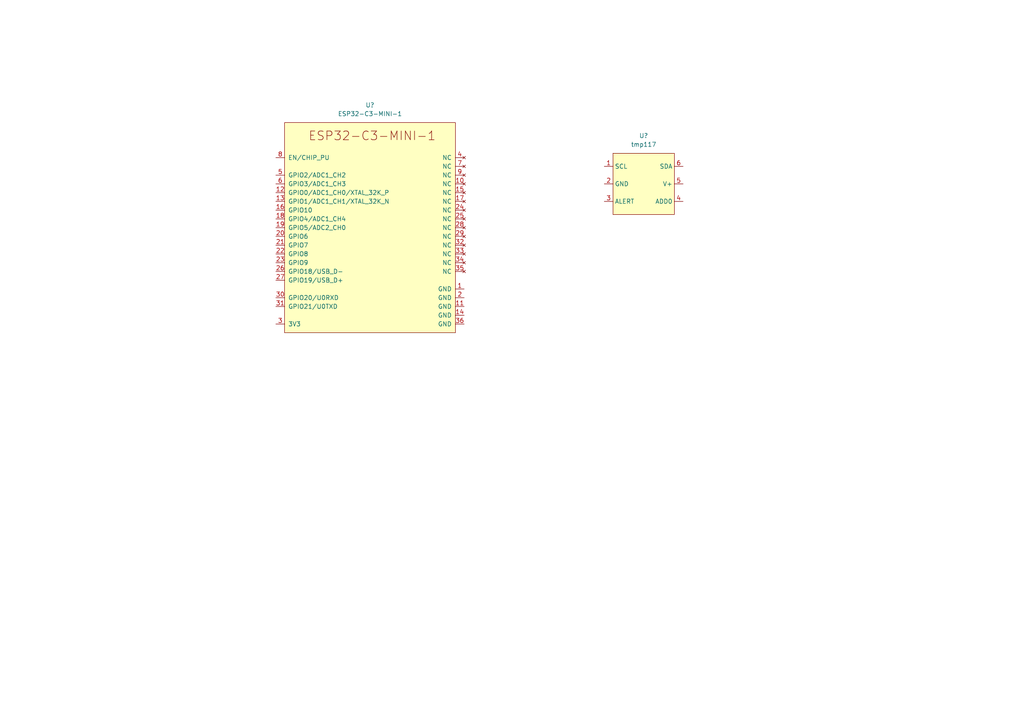
<source format=kicad_sch>
(kicad_sch (version 20211123) (generator eeschema)
  (paper "A4")
  (lib_symbols
    (symbol "Espressif:ESP32-C3-MINI-1" (pin_names (offset 1.016))
      (property "Reference" "U" (at 0 33.02 0))
      (property "Value" "ESP32-C3-MINI-1" (at 0 -30.48 0))
      (symbol "ESP32-C3-MINI-1_0_0"
        (text "ESP32-C3-MINI-1" (at 1.27 27.94 0) (effects (font (size 2.54 2.54))))
      )
      (symbol "ESP32-C3-MINI-1_0_1"
        (rectangle (start -24.13 31.75) (end 25.4 -29.21) (fill (type background)))
      )
      (symbol "ESP32-C3-MINI-1_1_1"
        (pin power_in line (at 27.94 -16.51 180) (length 2.54) (name "GND") (number "1"))
        (pin no_connect line (at 27.94 13.97 180) (length 2.54) (name "NC") (number "10"))
        (pin power_in line (at 27.94 -21.59 180) (length 2.54) (name "GND") (number "11"))
        (pin bidirectional line (at -26.67 11.43 0) (length 2.54) (name "GPIO0/ADC1_CH0/XTAL_32K_P") (number "12"))
        (pin bidirectional line (at -26.67 8.89 0) (length 2.54) (name "GPIO1/ADC1_CH1/XTAL_32K_N") (number "13"))
        (pin power_in line (at 27.94 -24.13 180) (length 2.54) (name "GND") (number "14"))
        (pin no_connect line (at 27.94 11.43 180) (length 2.54) (name "NC") (number "15"))
        (pin bidirectional line (at -26.67 6.35 0) (length 2.54) (name "GPIO10") (number "16"))
        (pin no_connect line (at 27.94 8.89 180) (length 2.54) (name "NC") (number "17"))
        (pin bidirectional line (at -26.67 3.81 0) (length 2.54) (name "GPIO4/ADC1_CH4") (number "18"))
        (pin bidirectional line (at -26.67 1.27 0) (length 2.54) (name "GPIO5/ADC2_CH0") (number "19"))
        (pin power_in line (at 27.94 -19.05 180) (length 2.54) (name "GND") (number "2"))
        (pin bidirectional line (at -26.67 -1.27 0) (length 2.54) (name "GPIO6") (number "20"))
        (pin bidirectional line (at -26.67 -3.81 0) (length 2.54) (name "GPIO7") (number "21"))
        (pin bidirectional line (at -26.67 -6.35 0) (length 2.54) (name "GPIO8") (number "22"))
        (pin bidirectional line (at -26.67 -8.89 0) (length 2.54) (name "GPIO9") (number "23"))
        (pin no_connect line (at 27.94 6.35 180) (length 2.54) (name "NC") (number "24"))
        (pin no_connect line (at 27.94 3.81 180) (length 2.54) (name "NC") (number "25"))
        (pin bidirectional line (at -26.67 -11.43 0) (length 2.54) (name "GPIO18/USB_D-") (number "26"))
        (pin bidirectional line (at -26.67 -13.97 0) (length 2.54) (name "GPIO19/USB_D+") (number "27"))
        (pin no_connect line (at 27.94 1.27 180) (length 2.54) (name "NC") (number "28"))
        (pin no_connect line (at 27.94 -1.27 180) (length 2.54) (name "NC") (number "29"))
        (pin power_in line (at -26.67 -26.67 0) (length 2.54) (name "3V3") (number "3"))
        (pin bidirectional line (at -26.67 -19.05 0) (length 2.54) (name "GPIO20/U0RXD") (number "30"))
        (pin bidirectional line (at -26.67 -21.59 0) (length 2.54) (name "GPIO21/U0TXD") (number "31"))
        (pin no_connect line (at 27.94 -3.81 180) (length 2.54) (name "NC") (number "32"))
        (pin no_connect line (at 27.94 -6.35 180) (length 2.54) (name "NC") (number "33"))
        (pin no_connect line (at 27.94 -8.89 180) (length 2.54) (name "NC") (number "34"))
        (pin no_connect line (at 27.94 -11.43 180) (length 2.54) (name "NC") (number "35"))
        (pin power_in line (at 27.94 -26.67 180) (length 2.54) (name "GND") (number "36"))
        (pin no_connect line (at 27.94 21.59 180) (length 2.54) (name "NC") (number "4"))
        (pin bidirectional line (at -26.67 16.51 0) (length 2.54) (name "GPIO2/ADC1_CH2") (number "5"))
        (pin bidirectional line (at -26.67 13.97 0) (length 2.54) (name "GPIO3/ADC1_CH3") (number "6"))
        (pin no_connect line (at 27.94 19.05 180) (length 2.54) (name "NC") (number "7"))
        (pin input line (at -26.67 21.59 0) (length 2.54) (name "EN/CHIP_PU") (number "8"))
        (pin no_connect line (at 27.94 16.51 180) (length 2.54) (name "NC") (number "9"))
      )
    )
    (symbol "ht_peep_hw:tmp117"
      (property "Reference" "U" (at 6.35 -10.16 0))
      (property "Value" "tmp117" (at -2.54 -10.16 0))
      (symbol "tmp117_0_1"
        (rectangle (start -8.89 8.89) (end 8.89 -8.89) (fill (type background)))
      )
      (symbol "tmp117_1_1"
        (pin input line (at -11.43 5.08 0) (length 2.54) (name "SCL") (number "1"))
        (pin power_in line (at -11.43 0 0) (length 2.54) (name "GND") (number "2"))
        (pin output line (at -11.43 -5.08 0) (length 2.54) (name "ALERT") (number "3"))
        (pin input line (at 11.43 -5.08 180) (length 2.54) (name "ADD0") (number "4"))
        (pin power_in line (at 11.43 0 180) (length 2.54) (name "V+") (number "5"))
        (pin bidirectional line (at 11.43 5.08 180) (length 2.54) (name "SDA") (number "6"))
      )
    )
  )
  (symbol (lib_id "Espressif:ESP32-C3-MINI-1") (at 106.68 67.31 0) (unit 1)
    (property "Reference" "U?" (at 107.315 30.48 0))
    (property "Value" "ESP32-C3-MINI-1" (at 107.315 33.02 0))
    (property "Footprint" "Espressif:ESP32-C3-MINI-1" (effects hide))
    (property "Datasheet" "https://www.espressif.com/sites/default/files/documentation/esp32-c3-mini-1_datasheet_en.pdf" (effects hide))
  )
  (symbol (lib_id "ht_peep_hw:tmp117") (at 186.69 53.34 0) (unit 1)
    (property "Reference" "U?" (at 186.69 39.37 0))
    (property "Value" "tmp117" (at 186.69 41.91 0))
    (property "Footprint" "Package_SON:WSON-6-1EP_2x2mm_P0.65mm_EP1x1.6mm_ThermalVias" (effects hide))
  )
)
</source>
